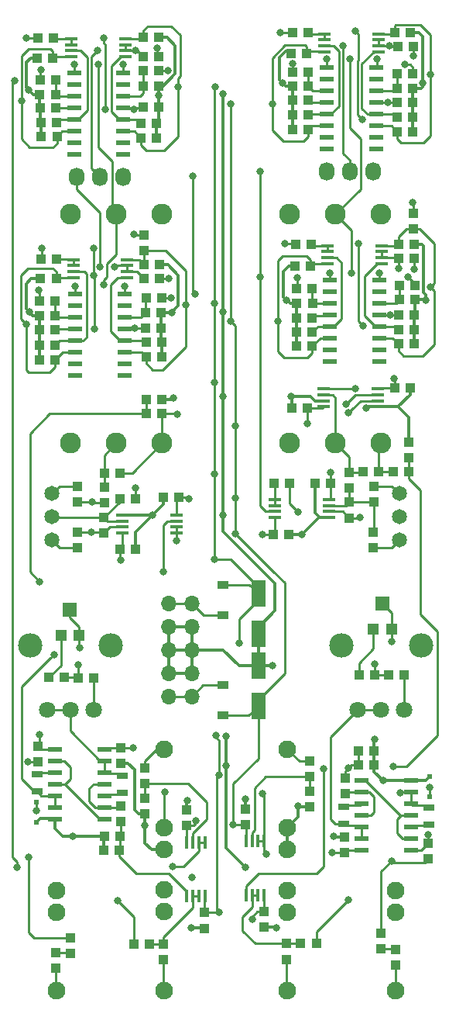
<source format=gbr>
G04 #@! TF.GenerationSoftware,KiCad,Pcbnew,(5.1.4-0-10_14)*
G04 #@! TF.CreationDate,2019-08-29T11:55:18-07:00*
G04 #@! TF.ProjectId,pcb-dualdrum-dev1,7063622d-6475-4616-9c64-72756d2d6465,rev?*
G04 #@! TF.SameCoordinates,Original*
G04 #@! TF.FileFunction,Copper,L1,Top*
G04 #@! TF.FilePolarity,Positive*
%FSLAX46Y46*%
G04 Gerber Fmt 4.6, Leading zero omitted, Abs format (unit mm)*
G04 Created by KiCad (PCBNEW (5.1.4-0-10_14)) date 2019-08-29 11:55:18*
%MOMM*%
%LPD*%
G04 APERTURE LIST*
%ADD10R,1.450000X0.450000*%
%ADD11R,1.000000X1.000000*%
%ADD12R,0.450000X1.450000*%
%ADD13R,1.200000X1.200000*%
%ADD14R,1.600000X1.500000*%
%ADD15O,1.700000X1.700000*%
%ADD16R,1.500000X0.600000*%
%ADD17R,1.200000X0.900000*%
%ADD18R,0.500000X0.500000*%
%ADD19R,1.600000X3.000000*%
%ADD20R,1.300000X0.700000*%
%ADD21O,1.727200X2.032000*%
%ADD22C,1.651000*%
%ADD23C,1.803400*%
%ADD24C,2.667000*%
%ADD25C,2.286000*%
%ADD26C,1.930400*%
%ADD27C,0.800000*%
%ADD28C,0.350000*%
%ADD29C,0.250000*%
G04 APERTURE END LIST*
D10*
X40623280Y67967500D03*
X40623280Y67317500D03*
X40623280Y66667500D03*
X40623280Y66017500D03*
X34723280Y66017500D03*
X34723280Y66667500D03*
X34723280Y67317500D03*
X34723280Y67967500D03*
D11*
X3406580Y104115500D03*
X5106580Y104115500D03*
X5427980Y4788800D03*
X5427980Y6488800D03*
X42550080Y5119000D03*
X42550080Y6819000D03*
X10686680Y17665700D03*
X12386680Y17665700D03*
X40225080Y28448000D03*
X38525080Y28448000D03*
D12*
X21706480Y12607500D03*
X21056480Y12607500D03*
X20406480Y12607500D03*
X19756480Y12607500D03*
X19756480Y18507500D03*
X20406480Y18507500D03*
X21056480Y18507500D03*
X21706480Y18507500D03*
X28183480Y12721800D03*
X27533480Y12721800D03*
X26883480Y12721800D03*
X26233480Y12721800D03*
X26233480Y18621800D03*
X26883480Y18621800D03*
X27533480Y18621800D03*
X28183480Y18621800D03*
D10*
X12693080Y52250100D03*
X12693080Y52900100D03*
X12693080Y53550100D03*
X12693080Y54200100D03*
X18593080Y54200100D03*
X18593080Y53550100D03*
X18593080Y52900100D03*
X18593080Y52250100D03*
X35260480Y55891400D03*
X35260480Y55241400D03*
X35260480Y54591400D03*
X35260480Y53941400D03*
X29360480Y53941400D03*
X29360480Y54591400D03*
X29360480Y55241400D03*
X29360480Y55891400D03*
X13220880Y82090500D03*
X13220880Y81440500D03*
X13220880Y80790500D03*
X13220880Y80140500D03*
X7320880Y80140500D03*
X7320880Y80790500D03*
X7320880Y81440500D03*
X7320880Y82090500D03*
X13006580Y106190500D03*
X13006580Y105540500D03*
X13006580Y104890500D03*
X13006580Y104240500D03*
X7106580Y104240500D03*
X7106580Y104890500D03*
X7106580Y105540500D03*
X7106580Y106190500D03*
X41033680Y83606900D03*
X41033680Y82956900D03*
X41033680Y82306900D03*
X41033680Y81656900D03*
X35133680Y81656900D03*
X35133680Y82306900D03*
X35133680Y82956900D03*
X35133680Y83606900D03*
X40691180Y106740660D03*
X40691180Y106090660D03*
X40691180Y105440660D03*
X40691180Y104790660D03*
X34791180Y104790660D03*
X34791180Y105440660D03*
X34791180Y106090660D03*
X34791180Y106740660D03*
D13*
X7964680Y41106900D03*
X5964680Y41106900D03*
D14*
X6964680Y43881900D03*
D13*
X42127680Y41741900D03*
X40127680Y41741900D03*
D14*
X41127680Y44516900D03*
D11*
X5460880Y82185500D03*
X3760880Y82185500D03*
X15070880Y79995500D03*
X16770880Y79995500D03*
X3600880Y74435500D03*
X5300880Y74435500D03*
X5310880Y76005500D03*
X3610880Y76005500D03*
X15190880Y74615500D03*
X16890880Y74615500D03*
X7015480Y8076300D03*
X7015480Y6376300D03*
X3590880Y77575500D03*
X5290880Y77575500D03*
X15240880Y76295500D03*
X16940880Y76295500D03*
X17000880Y77915500D03*
X15300880Y77915500D03*
X15625180Y7416800D03*
X13925180Y7416800D03*
X17022180Y66840100D03*
X15322180Y66840100D03*
X10699380Y19189700D03*
X12399380Y19189700D03*
X5126580Y106315500D03*
X3426580Y106315500D03*
X10713080Y57245100D03*
X10713080Y55545100D03*
X12413080Y56025100D03*
X14113080Y56025100D03*
X17200880Y5715000D03*
X17200880Y7415000D03*
X9554580Y36461700D03*
X7854580Y36461700D03*
X12527280Y20765400D03*
X12527280Y22465400D03*
X14956580Y104265500D03*
X16656580Y104265500D03*
X7777480Y50648500D03*
X7777480Y52348500D03*
X3686580Y98615500D03*
X5386580Y98615500D03*
X5366580Y100105500D03*
X3666580Y100105500D03*
X15006580Y98725500D03*
X16706580Y98725500D03*
X7802880Y57352300D03*
X7802880Y55652300D03*
X3676580Y101675500D03*
X5376580Y101675500D03*
X14996580Y101005500D03*
X16696580Y101005500D03*
X3484880Y27305900D03*
X3484880Y29005900D03*
X15181580Y21629000D03*
X15181580Y23329000D03*
X16646580Y102695500D03*
X14946580Y102695500D03*
X4641480Y36474400D03*
X6341480Y36474400D03*
X15067280Y83109700D03*
X15067280Y84809700D03*
X33328980Y83743800D03*
X31628980Y83743800D03*
X42893680Y82191900D03*
X44593680Y82191900D03*
X31753680Y75731900D03*
X33453680Y75731900D03*
X33473680Y77331900D03*
X31773680Y77331900D03*
X42873680Y76061900D03*
X44573680Y76061900D03*
X31763680Y78891900D03*
X33463680Y78891900D03*
X43033680Y77701900D03*
X44733680Y77701900D03*
X40975280Y8546200D03*
X40975280Y6846200D03*
X44733680Y79291900D03*
X43033680Y79291900D03*
X44010580Y62165600D03*
X44010580Y60465600D03*
X32973380Y106895900D03*
X31273380Y106895900D03*
X37480480Y58886400D03*
X37480480Y57186400D03*
X30970480Y57656400D03*
X29270480Y57656400D03*
X32200480Y7429500D03*
X33900480Y7429500D03*
X42817680Y105359200D03*
X44517680Y105359200D03*
X40225080Y26949400D03*
X38525080Y26949400D03*
X40137080Y50648500D03*
X40137080Y52348500D03*
X30662880Y5728600D03*
X30662880Y7428600D03*
X31301180Y99485660D03*
X33001180Y99485660D03*
X33001180Y101015660D03*
X31301180Y101015660D03*
X43539780Y36741100D03*
X41839780Y36741100D03*
X42761180Y99215660D03*
X44461180Y99215660D03*
X37038280Y25488000D03*
X37038280Y23788000D03*
X40213280Y57352300D03*
X40213280Y55652300D03*
X31291180Y102565660D03*
X32991180Y102565660D03*
X42761180Y100765660D03*
X44461180Y100765660D03*
X33190180Y22403700D03*
X33190180Y24103700D03*
X44471180Y102345660D03*
X42771180Y102345660D03*
X46131480Y16663300D03*
X46131480Y18363300D03*
X38575880Y36741100D03*
X40275880Y36741100D03*
X44480480Y85446500D03*
X44480480Y87146500D03*
D15*
X17758180Y44592700D03*
X20298180Y44592700D03*
X17758180Y42052700D03*
X20298180Y42052700D03*
X17758180Y39512700D03*
X20298180Y39512700D03*
X17758180Y36972700D03*
X20298180Y36972700D03*
X17758180Y34432700D03*
X20298180Y34432700D03*
D16*
X12920880Y78310500D03*
X12920880Y77040500D03*
X12920880Y75770500D03*
X12920880Y74500500D03*
X12920880Y73230500D03*
X12920880Y71960500D03*
X12920880Y70690500D03*
X12920880Y69420500D03*
X7520880Y69420500D03*
X7520880Y70690500D03*
X7520880Y71960500D03*
X7520880Y73230500D03*
X7520880Y74500500D03*
X7520880Y75770500D03*
X7520880Y77040500D03*
X7520880Y78310500D03*
X12806580Y102460500D03*
X12806580Y101190500D03*
X12806580Y99920500D03*
X12806580Y98650500D03*
X12806580Y97380500D03*
X12806580Y96110500D03*
X12806580Y94840500D03*
X12806580Y93570500D03*
X7406580Y93570500D03*
X7406580Y94840500D03*
X7406580Y96110500D03*
X7406580Y97380500D03*
X7406580Y98650500D03*
X7406580Y99920500D03*
X7406580Y101190500D03*
X7406580Y102460500D03*
X40793680Y79866900D03*
X40793680Y78596900D03*
X40793680Y77326900D03*
X40793680Y76056900D03*
X40793680Y74786900D03*
X40793680Y73516900D03*
X40793680Y72246900D03*
X40793680Y70976900D03*
X35393680Y70976900D03*
X35393680Y72246900D03*
X35393680Y73516900D03*
X35393680Y74786900D03*
X35393680Y76056900D03*
X35393680Y77326900D03*
X35393680Y78596900D03*
X35393680Y79866900D03*
X40451180Y103020660D03*
X40451180Y101750660D03*
X40451180Y100480660D03*
X40451180Y99210660D03*
X40451180Y97940660D03*
X40451180Y96670660D03*
X40451180Y95400660D03*
X40451180Y94130660D03*
X35051180Y94130660D03*
X35051180Y95400660D03*
X35051180Y96670660D03*
X35051180Y97940660D03*
X35051180Y99210660D03*
X35051180Y100480660D03*
X35051180Y101750660D03*
X35051180Y103020660D03*
D17*
X23718180Y35632700D03*
X23718180Y32332700D03*
X23658180Y46620700D03*
X23658180Y43320700D03*
D18*
X3307080Y20667800D03*
X3307080Y22867800D03*
X46271180Y25661800D03*
X46271180Y23461800D03*
D16*
X10705080Y28670800D03*
X10705080Y27400800D03*
X10705080Y26130800D03*
X10705080Y24860800D03*
X10705080Y23590800D03*
X10705080Y22320800D03*
X10705080Y21050800D03*
X5305080Y21050800D03*
X5305080Y22320800D03*
X5305080Y23590800D03*
X5305080Y24860800D03*
X5305080Y26130800D03*
X5305080Y27400800D03*
X5305080Y28670800D03*
X38862980Y17619900D03*
X38862980Y18889900D03*
X38862980Y20159900D03*
X38862980Y21429900D03*
X38862980Y22699900D03*
X38862980Y23969900D03*
X38862980Y25239900D03*
X44262980Y25239900D03*
X44262980Y23969900D03*
X44262980Y22699900D03*
X44262980Y21429900D03*
X44262980Y20159900D03*
X44262980Y18889900D03*
X44262980Y17619900D03*
D11*
X17153080Y56115100D03*
X18853080Y56115100D03*
X14163080Y50485100D03*
X12463080Y50485100D03*
X30900480Y52066400D03*
X29200480Y52066400D03*
X33790480Y57656400D03*
X35490480Y57656400D03*
X31209880Y65874900D03*
X32909880Y65874900D03*
X44150280Y68084700D03*
X42450280Y68084700D03*
X19753580Y22046300D03*
X19753580Y20346300D03*
X28186380Y9221100D03*
X28186380Y10921100D03*
X12539980Y27140800D03*
X12539980Y28840800D03*
X16696580Y106345500D03*
X14996580Y106345500D03*
X31603680Y81343500D03*
X33303680Y81343500D03*
X44593680Y83751900D03*
X42893680Y83751900D03*
X31159080Y104597200D03*
X32859080Y104597200D03*
X44201180Y106865660D03*
X42501180Y106865660D03*
X26179780Y22109800D03*
X26179780Y20409800D03*
X21696680Y9119500D03*
X21696680Y10819500D03*
X3750880Y80005500D03*
X5450880Y80005500D03*
X16790880Y81555500D03*
X15090880Y81555500D03*
D19*
X27548180Y33372700D03*
X27548180Y37772700D03*
D11*
X37025580Y19074500D03*
X37025580Y17374500D03*
D19*
X27548180Y41246700D03*
X27548180Y45646700D03*
D11*
X3625480Y71158100D03*
X5325480Y71158100D03*
X3836580Y95545500D03*
X5536580Y95545500D03*
X31743680Y72621900D03*
X33443680Y72621900D03*
X31291180Y96305660D03*
X32991180Y96305660D03*
X16984080Y71513700D03*
X15284080Y71513700D03*
X16436580Y95375500D03*
X14736580Y95375500D03*
X44573680Y72921900D03*
X42873680Y72921900D03*
X44461180Y96055660D03*
X42761180Y96055660D03*
X3640880Y72735500D03*
X5340880Y72735500D03*
X16980880Y73115500D03*
X15280880Y73115500D03*
D20*
X12679680Y25765800D03*
X12679680Y23865800D03*
D11*
X15322180Y65278000D03*
X17022180Y65278000D03*
X10673080Y52245100D03*
X10673080Y53945100D03*
X3806580Y97065500D03*
X5506580Y97065500D03*
X16436580Y96945500D03*
X14736580Y96945500D03*
X12399380Y58788300D03*
X10699380Y58788300D03*
D20*
X3357880Y24030900D03*
X3357880Y25930900D03*
D11*
X15143480Y24931000D03*
X15143480Y26631000D03*
X31753680Y74171900D03*
X33453680Y74171900D03*
X44583680Y74481900D03*
X42883680Y74481900D03*
X44035080Y58915300D03*
X42335080Y58915300D03*
D20*
X36898580Y20474900D03*
X36898580Y22374900D03*
D11*
X37480480Y55606400D03*
X37480480Y53906400D03*
X31301180Y97875660D03*
X33001180Y97875660D03*
X44471180Y97645660D03*
X42771180Y97645660D03*
X40745780Y58915300D03*
X39045780Y58915300D03*
D20*
X46245780Y22324100D03*
X46245780Y20424100D03*
D11*
X33152080Y25642200D03*
X33152080Y27342200D03*
D21*
X12796580Y91095500D03*
X10256580Y91095500D03*
X7716580Y91095500D03*
X40081180Y91715660D03*
X37541180Y91715660D03*
X35001180Y91715660D03*
D22*
X5005080Y56540000D03*
X5005080Y54000000D03*
X5005080Y51460000D03*
X43005080Y56540000D03*
X43005080Y54000000D03*
X43005080Y51460000D03*
D23*
X4464917Y32987757D03*
X7004917Y32987757D03*
X9544917Y32987757D03*
D24*
X11399117Y39998157D03*
X2610717Y39998157D03*
D25*
X7005080Y62046000D03*
X12005080Y62046000D03*
X17005080Y62046000D03*
X7005080Y87046000D03*
X12005080Y87046000D03*
X17005080Y87046000D03*
D23*
X38464917Y32987757D03*
X41004917Y32987757D03*
X43544917Y32987757D03*
D24*
X45399117Y39998157D03*
X36610717Y39998157D03*
D25*
X31005080Y62046000D03*
X36005080Y62046000D03*
X41005080Y62046000D03*
D26*
X17255080Y20097200D03*
X17255080Y17684200D03*
X17255080Y28657000D03*
X30755080Y20097200D03*
X30755080Y17684200D03*
X30755080Y28657000D03*
X17255080Y10902800D03*
X17255080Y13315800D03*
X17255080Y2343000D03*
X30755080Y10852800D03*
X30755080Y13265800D03*
X30755080Y2293000D03*
D25*
X31005080Y87046000D03*
X36005080Y87046000D03*
X41005080Y87046000D03*
D26*
X5455080Y10852800D03*
X5455080Y13265800D03*
X5455080Y2293000D03*
X42555080Y10852800D03*
X42555080Y13265800D03*
X42555080Y2293000D03*
D27*
X2402680Y100619400D03*
X16696580Y99990800D03*
X23678981Y100140601D03*
X30187860Y101378980D03*
X2510480Y76355900D03*
X18077180Y76339700D03*
X23678981Y76402099D03*
X30672630Y77682950D03*
X45877482Y77647800D03*
X15988080Y54200100D03*
X23678981Y54215199D03*
X32326580Y52070000D03*
X31158180Y67170300D03*
X23678981Y67169199D03*
X20261580Y9131300D03*
X29532580Y9194800D03*
X7294880Y19164300D03*
X35793680Y19151600D03*
X41184580Y25239900D03*
X31894780Y22466300D03*
X40289480Y29756100D03*
X18267680Y66967100D03*
X29151580Y37769800D03*
X24020780Y30099000D03*
X24032378Y26897498D03*
X20274280Y14643100D03*
X45559980Y101384100D03*
X39349669Y65849511D03*
X15181580Y20307300D03*
X19766278Y23074790D03*
X26141680Y23215602D03*
X26116280Y15786100D03*
X42118280Y40411400D03*
X43059190Y23914100D03*
X38207168Y68042510D03*
X38676580Y53949600D03*
X31920180Y54559200D03*
X42334180Y26809700D03*
X42130980Y16471900D03*
X7993380Y39738300D03*
X5213190Y39001700D03*
X18674080Y65176400D03*
X37152580Y66332100D03*
X37428057Y65370780D03*
X9364980Y55613300D03*
X9334880Y52352300D03*
X2392680Y27241500D03*
X3662680Y46926500D03*
X2468880Y16878300D03*
X22814280Y100914200D03*
X18813780Y100926900D03*
X22801580Y77292200D03*
X12489180Y49314100D03*
X35450780Y58877200D03*
X22801580Y58699400D03*
X42397680Y69138800D03*
X22801580Y68668900D03*
X22788880Y49390300D03*
X25443180Y40271700D03*
X23246080Y10833100D03*
X13898880Y28829000D03*
X23246080Y25819100D03*
X35603180Y17348200D03*
X7879080Y37833300D03*
X40276780Y37973000D03*
X22923785Y30118785D03*
X19639280Y77151390D03*
X46385480Y102273101D03*
X46413682Y79115146D03*
X26878280Y10134600D03*
X1643380Y99453700D03*
X24554180Y99072700D03*
X29075380Y99098100D03*
X24554180Y75374500D03*
X29710380Y75387200D03*
X19969480Y55968900D03*
X27983180Y52070000D03*
X25054140Y52201660D03*
X32910780Y64159290D03*
X20718780Y20828000D03*
X25074880Y56108600D03*
X25074880Y63982600D03*
X2227580Y75006200D03*
X24807388Y20396200D03*
X44450000Y88361520D03*
X35018980Y103965658D03*
X40518080Y103965658D03*
X37565741Y103965658D03*
X35399980Y80594200D03*
X40784780Y80632300D03*
X37774880Y80594200D03*
X37381180Y12192000D03*
X12146280Y12153900D03*
X31310580Y103454200D03*
X41873270Y105404339D03*
X36840731Y105404339D03*
X43953648Y80220419D03*
X42892980Y81140300D03*
X31805880Y80124300D03*
X27779980Y80162400D03*
X27754580Y91706700D03*
X17696180Y102692200D03*
X881380Y101625400D03*
X18229580Y15824176D03*
X1205230Y15805150D03*
X3789680Y102793800D03*
X14146782Y104898639D03*
X9948070Y104898639D03*
X18610580Y51435000D03*
X14114780Y57200800D03*
X20401280Y91211400D03*
X20604480Y78346300D03*
X18026380Y77876400D03*
X3561080Y78765400D03*
X11803380Y81318100D03*
X10267790Y81318100D03*
X17150080Y48006000D03*
X13980160Y84820760D03*
X7447280Y103415488D03*
X12793980Y103415486D03*
X10024768Y103415488D03*
X7510780Y79222600D03*
X12971780Y79209900D03*
X10697370Y79315792D03*
X43578780Y103403400D03*
X28414980Y17183100D03*
X17353280Y23939500D03*
X27983180Y23799800D03*
X46258480Y24447500D03*
X46106080Y19329400D03*
X3611880Y30226000D03*
X3319780Y21945600D03*
X29964380Y106832400D03*
X41689740Y99215660D03*
X38143180Y107073700D03*
X38930580Y97370900D03*
X44505167Y104308761D03*
X41943880Y76056900D03*
X38994080Y74853800D03*
X30485080Y83858100D03*
X44632880Y81076800D03*
X38499890Y83858100D03*
X2176780Y106273600D03*
X16527780Y105156000D03*
X13975080Y98501200D03*
X10673080Y106273600D03*
X10787878Y98501200D03*
X17734280Y79997300D03*
X14054280Y74615500D03*
X3903980Y83299300D03*
X9669780Y74523600D03*
X9543890Y80375270D03*
X9542780Y83299300D03*
X37387630Y26587350D03*
X34688780Y26492200D03*
D28*
X3666580Y98635500D02*
X3686580Y98615500D01*
X3666580Y100105500D02*
X3666580Y98635500D01*
X3836580Y97035500D02*
X3806580Y97065500D01*
X3836580Y95545500D02*
X3836580Y97035500D01*
X3686580Y97185500D02*
X3806580Y97065500D01*
X3686580Y98615500D02*
X3686580Y97185500D01*
X16696580Y98735500D02*
X16706580Y98725500D01*
X16696580Y101005500D02*
X16696580Y98735500D01*
X16706580Y97215500D02*
X16436580Y96945500D01*
X16706580Y98725500D02*
X16706580Y97215500D01*
X16436580Y95375500D02*
X16436580Y96945500D01*
X3406580Y104115500D02*
X2656580Y104115500D01*
X2656580Y104115500D02*
X2164080Y103623000D01*
X2164080Y103623000D02*
X2164080Y100858000D01*
X2916580Y100105500D02*
X2402680Y100619400D01*
X3666580Y100105500D02*
X2916580Y100105500D01*
X2164080Y100858000D02*
X2402680Y100619400D01*
X16696580Y101005500D02*
X16696580Y99990800D01*
X31301180Y101015660D02*
X31301180Y99485660D01*
X31301180Y99485660D02*
X31301180Y97875660D01*
X31291180Y97865660D02*
X31301180Y97875660D01*
X31291180Y96305660D02*
X31291180Y97865660D01*
X30551180Y101015660D02*
X31301180Y101015660D01*
X29875480Y101691360D02*
X30551180Y101015660D01*
X29875480Y104152700D02*
X29875480Y101691360D01*
X31161180Y104795660D02*
X30518440Y104795660D01*
X30518440Y104795660D02*
X29875480Y104152700D01*
X44461180Y97635660D02*
X44471180Y97645660D01*
X44461180Y96055660D02*
X44461180Y97635660D01*
X44461180Y97655660D02*
X44471180Y97645660D01*
X44461180Y99215660D02*
X44461180Y97655660D01*
X44461180Y100765660D02*
X44461180Y99215660D01*
X16890880Y76245500D02*
X16940880Y76295500D01*
X16890880Y74615500D02*
X16890880Y76245500D01*
X16890880Y73205500D02*
X16980880Y73115500D01*
X16890880Y74615500D02*
X16890880Y73205500D01*
X3625480Y72720100D02*
X3640880Y72735500D01*
X3625480Y71158100D02*
X3625480Y72720100D01*
X3600880Y72775500D02*
X3640880Y72735500D01*
X3600880Y74435500D02*
X3600880Y72775500D01*
X3600880Y75995500D02*
X3610880Y76005500D01*
X3600880Y74435500D02*
X3600880Y75995500D01*
X3750880Y80005500D02*
X2731080Y80005500D01*
X2731080Y80005500D02*
X2164080Y79438500D01*
X2860880Y76005500D02*
X3610880Y76005500D01*
X2164080Y79438500D02*
X2164080Y76702300D01*
X2164080Y76702300D02*
X2510480Y76355900D01*
X2510480Y76355900D02*
X2860880Y76005500D01*
X16985080Y76339700D02*
X16940880Y76295500D01*
X18077180Y76339700D02*
X16985080Y76339700D01*
X30853680Y81343500D02*
X30332680Y80822500D01*
X31603680Y81343500D02*
X30853680Y81343500D01*
X31023680Y77331900D02*
X31773680Y77331900D01*
X30332680Y78022900D02*
X31023680Y77331900D01*
X30332680Y80822500D02*
X30332680Y78022900D01*
X31773680Y75751900D02*
X31753680Y75731900D01*
X31773680Y77331900D02*
X31773680Y75751900D01*
X31753680Y75731900D02*
X31753680Y74171900D01*
X31753680Y72631900D02*
X31743680Y72621900D01*
X31753680Y74171900D02*
X31753680Y72631900D01*
X44573680Y74471900D02*
X44583680Y74481900D01*
X44573680Y72921900D02*
X44573680Y74471900D01*
X44583680Y76051900D02*
X44573680Y76061900D01*
X44583680Y74481900D02*
X44583680Y76051900D01*
X44733680Y76221900D02*
X44573680Y76061900D01*
X44733680Y77701900D02*
X44733680Y76221900D01*
X45823382Y77701900D02*
X45877482Y77647800D01*
X44733680Y77701900D02*
X45823382Y77701900D01*
X12693080Y54200100D02*
X15988080Y54200100D01*
X14163080Y52375100D02*
X16183480Y54395500D01*
X14163080Y50485100D02*
X14163080Y52375100D01*
X15988080Y54200100D02*
X16183480Y54395500D01*
X16183480Y54395500D02*
X17153080Y55365100D01*
X17153080Y56115100D02*
X17153080Y55365100D01*
X17153080Y55365100D02*
X15988080Y54200100D01*
X34285480Y53941400D02*
X35260480Y53941400D01*
X33790480Y54436400D02*
X34285480Y53941400D01*
X33790480Y57656400D02*
X33790480Y54436400D01*
X35260480Y53941400D02*
X34197980Y53941400D01*
X34197980Y53941400D02*
X32326580Y52070000D01*
X32322980Y52066400D02*
X32326580Y52070000D01*
X30900480Y52066400D02*
X32322980Y52066400D01*
X31209880Y65874900D02*
X31209880Y67118600D01*
X31209880Y67118600D02*
X31158180Y67170300D01*
X31723865Y67170300D02*
X31158180Y67170300D01*
X33245480Y67170300D02*
X31723865Y67170300D01*
X33748280Y66667500D02*
X33245480Y67170300D01*
X34723280Y66667500D02*
X33748280Y66667500D01*
X44150280Y67334700D02*
X44150280Y68084700D01*
X42833080Y66017500D02*
X44150280Y67334700D01*
X40623280Y66017500D02*
X42833080Y66017500D01*
X20298180Y42052700D02*
X17758180Y42052700D01*
X20298180Y39512700D02*
X17758180Y39512700D01*
X20298180Y36972700D02*
X17758180Y36972700D01*
X20298180Y36972700D02*
X20298180Y39512700D01*
X20298180Y39512700D02*
X20298180Y42052700D01*
X17758180Y40850619D02*
X17758180Y39512700D01*
X17758180Y42052700D02*
X17758180Y40850619D01*
X17758180Y39512700D02*
X17758180Y36972700D01*
X23678981Y100140601D02*
X23678981Y54215199D01*
X20298180Y39512700D02*
X20301180Y39509700D01*
X23715980Y39509700D02*
X25452980Y37772700D01*
X25452980Y37772700D02*
X27548180Y37772700D01*
X20301180Y39509700D02*
X23715980Y39509700D01*
X27548180Y41946700D02*
X27548180Y41246700D01*
X29354780Y43753300D02*
X27548180Y41946700D01*
X29354780Y46725102D02*
X29354780Y43753300D01*
X23678981Y54215199D02*
X23678981Y52400901D01*
X23678981Y52400901D02*
X29354780Y46725102D01*
X21684880Y9131300D02*
X21696680Y9119500D01*
X20261580Y9131300D02*
X21684880Y9131300D01*
X28186380Y9221100D02*
X29506280Y9221100D01*
X29506280Y9221100D02*
X29532580Y9194800D01*
X5261180Y21094700D02*
X5305080Y21050800D01*
X3307080Y20667800D02*
X3733980Y21094700D01*
X3733980Y21094700D02*
X5261180Y21094700D01*
X5305080Y20023800D02*
X5305080Y21050800D01*
X7294880Y19164300D02*
X6164580Y19164300D01*
X6164580Y19164300D02*
X5305080Y20023800D01*
X10673980Y19164300D02*
X10699380Y19189700D01*
X7294880Y19164300D02*
X10673980Y19164300D01*
X10686680Y19177000D02*
X10699380Y19189700D01*
X10686680Y17665700D02*
X10686680Y19177000D01*
X37025580Y19074500D02*
X35870780Y19074500D01*
X35870780Y19074500D02*
X35793680Y19151600D01*
X40225080Y28448000D02*
X40225080Y26949400D01*
X43262980Y25239900D02*
X44262980Y25239900D01*
X41184580Y25239900D02*
X43262980Y25239900D01*
X40225080Y26199400D02*
X41184580Y25239900D01*
X40225080Y26949400D02*
X40225080Y26199400D01*
X45849280Y25239900D02*
X46271180Y25661800D01*
X44262980Y25239900D02*
X45849280Y25239900D01*
X33190180Y22403700D02*
X31957380Y22403700D01*
X31957380Y22403700D02*
X31894780Y22466300D01*
X40225080Y28448000D02*
X40225080Y29691700D01*
X40225080Y29691700D02*
X40289480Y29756100D01*
X31894780Y21236900D02*
X31894780Y22466300D01*
X30755080Y20097200D02*
X31894780Y21236900D01*
X15181580Y20879000D02*
X15181580Y21629000D01*
X15181580Y18392702D02*
X15181580Y20879000D01*
X30755080Y17684200D02*
X30755080Y20097200D01*
X17022180Y66840100D02*
X18140680Y66840100D01*
X18140680Y66840100D02*
X18267680Y66967100D01*
X16984080Y73112300D02*
X16980880Y73115500D01*
X16984080Y71513700D02*
X16984080Y73112300D01*
X44010580Y64840000D02*
X44010580Y62165600D01*
X42833080Y66017500D02*
X44010580Y64840000D01*
X27548180Y39496700D02*
X27548180Y37772700D01*
X27548180Y41246700D02*
X27548180Y39496700D01*
X27548180Y37772700D02*
X29148680Y37772700D01*
X29148680Y37772700D02*
X29151580Y37769800D01*
X17576580Y106345500D02*
X18486182Y105435898D01*
X18486182Y102346087D02*
X16696580Y100556485D01*
X16696580Y106345500D02*
X17576580Y106345500D01*
X18486182Y105435898D02*
X18486182Y102346087D01*
X16696580Y100556485D02*
X16696580Y99990800D01*
X18816381Y77078901D02*
X18477179Y76739699D01*
X18477179Y76739699D02*
X18077180Y76339700D01*
X18816381Y80409999D02*
X18816381Y77078901D01*
X17670880Y81555500D02*
X18816381Y80409999D01*
X16790880Y81555500D02*
X17670880Y81555500D01*
X45341180Y100765660D02*
X44461180Y100765660D01*
X45531978Y100956458D02*
X45341180Y100765660D01*
X45531978Y106414862D02*
X45531978Y100956458D01*
X44201180Y106865660D02*
X45081180Y106865660D01*
X45081180Y106865660D02*
X45531978Y106414862D01*
X45623680Y78467287D02*
X45877482Y78213485D01*
X44593680Y83751900D02*
X45473680Y83751900D01*
X45473680Y83751900D02*
X45623680Y83601900D01*
X45877482Y78213485D02*
X45877482Y77647800D01*
X45623680Y83601900D02*
X45623680Y78467287D01*
X39517658Y66017500D02*
X39349669Y65849511D01*
X40623280Y66017500D02*
X39517658Y66017500D01*
X15890082Y17684200D02*
X17255080Y17684200D01*
X15181580Y18392702D02*
X15890082Y17684200D01*
X13289980Y27140800D02*
X14000480Y26430300D01*
X12539980Y27140800D02*
X13289980Y27140800D01*
X14431580Y21629000D02*
X15181580Y21629000D01*
X14000480Y22060100D02*
X14431580Y21629000D01*
X14000480Y26430300D02*
X14000480Y22060100D01*
X19753580Y23062092D02*
X19766278Y23074790D01*
X19753580Y22046300D02*
X19753580Y23062092D01*
X26179780Y23177502D02*
X26141680Y23215602D01*
X26179780Y22109800D02*
X26179780Y23177502D01*
X24032378Y30087402D02*
X24020780Y30099000D01*
X24032378Y17882702D02*
X24032378Y30087402D01*
X24032378Y17870002D02*
X26116280Y15786100D01*
X24032378Y17882702D02*
X24032378Y17870002D01*
D29*
X42550080Y2298000D02*
X42555080Y2293000D01*
X42550080Y5119000D02*
X42550080Y2298000D01*
X5427980Y2320100D02*
X5455080Y2293000D01*
X5427980Y4788800D02*
X5427980Y2320100D01*
X33152080Y24141800D02*
X33190180Y24103700D01*
X33152080Y25642200D02*
X33152080Y24141800D01*
X26883480Y19596800D02*
X27144980Y19858300D01*
X26883480Y18621800D02*
X26883480Y19596800D01*
X27144980Y19858300D02*
X27144980Y24434800D01*
X28352380Y25642200D02*
X33152080Y25642200D01*
X27144980Y24434800D02*
X28352380Y25642200D01*
X32069880Y27342200D02*
X30755080Y28657000D01*
X33152080Y27342200D02*
X32069880Y27342200D01*
X44420380Y22542500D02*
X44262980Y22699900D01*
X46245780Y22324100D02*
X46027380Y22542500D01*
X46027380Y22542500D02*
X44420380Y22542500D01*
X44262980Y23969900D02*
X44262980Y22699900D01*
X42118280Y41732500D02*
X42127680Y41741900D01*
X42118280Y40411400D02*
X42118280Y41732500D01*
X42127680Y43516900D02*
X41127680Y44516900D01*
X42127680Y41741900D02*
X42127680Y43516900D01*
X44262980Y23969900D02*
X43114990Y23969900D01*
X43114990Y23969900D02*
X43059190Y23914100D01*
X46128980Y20307300D02*
X46245780Y20424100D01*
X44262980Y20159900D02*
X44410380Y20307300D01*
X44410380Y20307300D02*
X46128980Y20307300D01*
X42335080Y58915300D02*
X40745780Y58915300D01*
X40745780Y61786700D02*
X41005080Y62046000D01*
X40745780Y58915300D02*
X40745780Y61786700D01*
X34723280Y67967500D02*
X38132158Y67967500D01*
X38132158Y67967500D02*
X38207168Y68042510D01*
X39016880Y58886400D02*
X39045780Y58915300D01*
X37480480Y58886400D02*
X39016880Y58886400D01*
X37480480Y60570600D02*
X36005080Y62046000D01*
X37480480Y58886400D02*
X37480480Y60570600D01*
X36005080Y63662446D02*
X36005080Y62046000D01*
X36005080Y67010700D02*
X36005080Y63662446D01*
X35698280Y67317500D02*
X36005080Y67010700D01*
X34723280Y67317500D02*
X35698280Y67317500D01*
X42476180Y97940660D02*
X42771180Y97645660D01*
X40451180Y97940660D02*
X42476180Y97940660D01*
X40191180Y104790660D02*
X40691180Y104790660D01*
X38841680Y103441160D02*
X40191180Y104790660D01*
X38841680Y98602800D02*
X38841680Y103441160D01*
X40451180Y97940660D02*
X39503820Y97940660D01*
X39503820Y97940660D02*
X38841680Y98602800D01*
X33066180Y97940660D02*
X33001180Y97875660D01*
X35051180Y97940660D02*
X33066180Y97940660D01*
X35766180Y105440660D02*
X34791180Y105440660D01*
X36377880Y104828960D02*
X35766180Y105440660D01*
X36377880Y98817360D02*
X36377880Y104828960D01*
X35051180Y97940660D02*
X35501180Y97940660D01*
X35501180Y97940660D02*
X36377880Y98817360D01*
X37115480Y55241400D02*
X35260480Y55241400D01*
X37480480Y55606400D02*
X37115480Y55241400D01*
X37480480Y57186400D02*
X37480480Y55606400D01*
X40167380Y55606400D02*
X40213280Y55652300D01*
X37480480Y55606400D02*
X40167380Y55606400D01*
X40213280Y52424700D02*
X40137080Y52348500D01*
X40213280Y55652300D02*
X40213280Y52424700D01*
X36795480Y54591400D02*
X37480480Y53906400D01*
X35260480Y54591400D02*
X36795480Y54591400D01*
X37480480Y53906400D02*
X38633380Y53906400D01*
X38633380Y53906400D02*
X38676580Y53949600D01*
X30970480Y57656400D02*
X30970480Y55508900D01*
X30970480Y55508900D02*
X31920180Y54559200D01*
X37040780Y20332700D02*
X36898580Y20474900D01*
X38862980Y20159900D02*
X38690180Y20332700D01*
X38690180Y20332700D02*
X37040780Y20332700D01*
X39740113Y32987757D02*
X41004917Y32987757D01*
X38464917Y32987757D02*
X39740113Y32987757D01*
X38862980Y20159900D02*
X38862980Y18889900D01*
X35998580Y20474900D02*
X35476180Y20997300D01*
X36898580Y20474900D02*
X35998580Y20474900D01*
X35476180Y29999020D02*
X38464917Y32987757D01*
X35476180Y20997300D02*
X35476180Y29999020D01*
X37091580Y22567900D02*
X36898580Y22374900D01*
X38862980Y22699900D02*
X38730980Y22567900D01*
X38730980Y22567900D02*
X37091580Y22567900D01*
X42296080Y16306800D02*
X42130980Y16471900D01*
X46131480Y16663300D02*
X45774980Y16306800D01*
X45774980Y16306800D02*
X42296080Y16306800D01*
X40975280Y14884400D02*
X40975280Y8546200D01*
X42130980Y16471900D02*
X40975280Y15316200D01*
X40975280Y15316200D02*
X40975280Y14884400D01*
X44010580Y58939800D02*
X44035080Y58915300D01*
X44010580Y60465600D02*
X44010580Y58939800D01*
X47162720Y30203140D02*
X43769280Y26809700D01*
X45267880Y56932500D02*
X45267880Y43395900D01*
X45267880Y43395900D02*
X47162720Y41501060D01*
X44035080Y58165300D02*
X45267880Y56932500D01*
X47162720Y41501060D02*
X47162720Y30203140D01*
X43769280Y26809700D02*
X42334180Y26809700D01*
X44035080Y58915300D02*
X44035080Y58165300D01*
X42578680Y74786900D02*
X42883680Y74481900D01*
X40793680Y74786900D02*
X42578680Y74786900D01*
X40343680Y74786900D02*
X39184580Y75946000D01*
X40793680Y74786900D02*
X40343680Y74786900D01*
X40533680Y81656900D02*
X41033680Y81656900D01*
X39184580Y80307800D02*
X40533680Y81656900D01*
X39184580Y75946000D02*
X39184580Y80307800D01*
X34068680Y74786900D02*
X33453680Y74171900D01*
X35393680Y74786900D02*
X34068680Y74786900D01*
X35843680Y74786900D02*
X35393680Y74786900D01*
X36669980Y75613200D02*
X35843680Y74786900D01*
X36669980Y81745600D02*
X36669980Y75613200D01*
X35133680Y82306900D02*
X36108680Y82306900D01*
X36108680Y82306900D02*
X36669980Y81745600D01*
X15181580Y24892900D02*
X15143480Y24931000D01*
X15181580Y23329000D02*
X15181580Y24892900D01*
X20406480Y19482500D02*
X21937980Y21014000D01*
X20406480Y18507500D02*
X20406480Y19482500D01*
X21937980Y21014000D02*
X21937980Y22910800D01*
X19917780Y24931000D02*
X15143480Y24931000D01*
X21937980Y22910800D02*
X19917780Y24931000D01*
X16419480Y28657000D02*
X17255080Y28657000D01*
X15143480Y27381000D02*
X16419480Y28657000D01*
X15143480Y26631000D02*
X15143480Y27381000D01*
X5305080Y23590800D02*
X5305080Y22320800D01*
X3797980Y23590800D02*
X3357880Y24030900D01*
X5305080Y23590800D02*
X3797980Y23590800D01*
X7942580Y41129000D02*
X7964680Y41106900D01*
X7942580Y42049700D02*
X7942580Y41129000D01*
X6964680Y43881900D02*
X6964680Y43027600D01*
X6964680Y43027600D02*
X7942580Y42049700D01*
X7964680Y41106900D02*
X7964680Y39767000D01*
X7964680Y39767000D02*
X7993380Y39738300D01*
X1667678Y35456188D02*
X4813191Y38601701D01*
X3057880Y24030900D02*
X1667678Y25421102D01*
X1667678Y25421102D02*
X1667678Y35456188D01*
X3357880Y24030900D02*
X3057880Y24030900D01*
X4813191Y38601701D02*
X5213190Y39001700D01*
X3557780Y26130800D02*
X3357880Y25930900D01*
X5305080Y26130800D02*
X3557780Y26130800D01*
X17022180Y62063100D02*
X17005080Y62046000D01*
X17022180Y65278000D02*
X17022180Y62063100D01*
X13747380Y58788300D02*
X17005080Y62046000D01*
X12399380Y58788300D02*
X13747380Y58788300D01*
X17022180Y65278000D02*
X18572480Y65278000D01*
X18572480Y65278000D02*
X18674080Y65176400D01*
X38137980Y67317500D02*
X37552579Y66732099D01*
X40623280Y67317500D02*
X38137980Y67317500D01*
X37552579Y66732099D02*
X37152580Y66332100D01*
X10699380Y60740300D02*
X12005080Y62046000D01*
X10699380Y58788300D02*
X10699380Y60740300D01*
X10699380Y57258800D02*
X10713080Y57245100D01*
X10699380Y58788300D02*
X10699380Y57258800D01*
X37828056Y65770779D02*
X37428057Y65370780D01*
X38724777Y66667500D02*
X37828056Y65770779D01*
X40623280Y66667500D02*
X38724777Y66667500D01*
X14301580Y97380500D02*
X14736580Y96945500D01*
X12806580Y97380500D02*
X14301580Y97380500D01*
X12356580Y97380500D02*
X11512879Y98224201D01*
X12506580Y104240500D02*
X13006580Y104240500D01*
X11512879Y98224201D02*
X11512879Y103246799D01*
X11512879Y103246799D02*
X12506580Y104240500D01*
X12806580Y97380500D02*
X12356580Y97380500D01*
X7406580Y97380500D02*
X7856580Y97380500D01*
X8081580Y104890500D02*
X7106580Y104890500D01*
X7856580Y97380500D02*
X8849755Y98373675D01*
X8849755Y104122325D02*
X8081580Y104890500D01*
X8849755Y98373675D02*
X8849755Y104122325D01*
X5821580Y97380500D02*
X5506580Y97065500D01*
X7406580Y97380500D02*
X5821580Y97380500D01*
X11328080Y52900100D02*
X10673080Y52245100D01*
X12693080Y52900100D02*
X11328080Y52900100D01*
X7910080Y55545100D02*
X7802880Y55652300D01*
X10569680Y52348500D02*
X10673080Y52245100D01*
X7777480Y52348500D02*
X10569680Y52348500D01*
X7802880Y55652300D02*
X9325980Y55652300D01*
X9325980Y55652300D02*
X9364980Y55613300D01*
X9433180Y55545100D02*
X9364980Y55613300D01*
X10713080Y55545100D02*
X9433180Y55545100D01*
X5059980Y53945100D02*
X5005080Y54000000D01*
X10673080Y53945100D02*
X5059980Y53945100D01*
X12413080Y55685100D02*
X10673080Y53945100D01*
X12413080Y56025100D02*
X12413080Y55685100D01*
X11068080Y53550100D02*
X12693080Y53550100D01*
X10673080Y53945100D02*
X11068080Y53550100D01*
X15322180Y65278000D02*
X15322180Y66840100D01*
X3484880Y27305900D02*
X2457080Y27305900D01*
X2457080Y27305900D02*
X2392680Y27241500D01*
X3662680Y46926500D02*
X2583180Y48006000D01*
X2583180Y48006000D02*
X2583180Y63093600D01*
X4767580Y65278000D02*
X15322180Y65278000D01*
X2583180Y63093600D02*
X4767580Y65278000D01*
X2468880Y16878300D02*
X2468880Y8648700D01*
X3041280Y8076300D02*
X7015480Y8076300D01*
X2468880Y8648700D02*
X3041280Y8076300D01*
X12461280Y25984200D02*
X12679680Y25765800D01*
X10705080Y26130800D02*
X10851680Y25984200D01*
X10851680Y25984200D02*
X12461280Y25984200D01*
X10705080Y27400800D02*
X10705080Y26130800D01*
X5740113Y32987757D02*
X7004917Y32987757D01*
X4464917Y32987757D02*
X5740113Y32987757D01*
X10255080Y27400800D02*
X10705080Y27400800D01*
X7004917Y30650963D02*
X10255080Y27400800D01*
X7004917Y32987757D02*
X7004917Y30650963D01*
X12550180Y23736300D02*
X12679680Y23865800D01*
X10705080Y23590800D02*
X10850580Y23736300D01*
X10850580Y23736300D02*
X12550180Y23736300D01*
X15165880Y73230500D02*
X15280880Y73115500D01*
X12920880Y73230500D02*
X15165880Y73230500D01*
X12200580Y80140500D02*
X13220880Y80140500D01*
X11422380Y79362300D02*
X12200580Y80140500D01*
X11422380Y74279000D02*
X11422380Y79362300D01*
X12470880Y73230500D02*
X11422380Y74279000D01*
X12920880Y73230500D02*
X12470880Y73230500D01*
X5835880Y73230500D02*
X5340880Y72735500D01*
X7520880Y73230500D02*
X5835880Y73230500D01*
X8508280Y80790500D02*
X7320880Y80790500D01*
X8780780Y80518000D02*
X8508280Y80790500D01*
X8780780Y73609200D02*
X8780780Y80518000D01*
X7520880Y73230500D02*
X8402080Y73230500D01*
X8402080Y73230500D02*
X8780780Y73609200D01*
X14841580Y106190500D02*
X14996580Y106345500D01*
X13006580Y106190500D02*
X14841580Y106190500D01*
X14001580Y96110500D02*
X12806580Y96110500D01*
X14736580Y95375500D02*
X14001580Y96110500D01*
X15331280Y94030800D02*
X17289780Y94030800D01*
X14736580Y95375500D02*
X14736580Y94625500D01*
X14736580Y94625500D02*
X15331280Y94030800D01*
X17289780Y94030800D02*
X18051780Y94792800D01*
X18051780Y94792800D02*
X18204180Y94945200D01*
X42146180Y96670660D02*
X42761180Y96055660D01*
X40451180Y96670660D02*
X42146180Y96670660D01*
X42376180Y106740660D02*
X42501180Y106865660D01*
X40691180Y106740660D02*
X42376180Y106740660D01*
X22801580Y100901500D02*
X22814280Y100914200D01*
X14837280Y71960500D02*
X15284080Y71513700D01*
X12920880Y71960500D02*
X14837280Y71960500D01*
X15093580Y81558200D02*
X15090880Y81555500D01*
X15093580Y83096100D02*
X15093580Y81558200D01*
X14555880Y82090500D02*
X15090880Y81555500D01*
X13220880Y82090500D02*
X14555880Y82090500D01*
X22801580Y77292200D02*
X22801580Y100901500D01*
X42278680Y73516900D02*
X42873680Y72921900D01*
X40793680Y73516900D02*
X42278680Y73516900D01*
X42748680Y83606900D02*
X42893680Y83751900D01*
X41033680Y83606900D02*
X42748680Y83606900D01*
X43730480Y85446500D02*
X44480480Y85446500D01*
X42893680Y84609700D02*
X43730480Y85446500D01*
X42893680Y83751900D02*
X42893680Y84609700D01*
X12693080Y50715100D02*
X12463080Y50485100D01*
X12693080Y52250100D02*
X12693080Y50715100D01*
X12463080Y50485100D02*
X12463080Y49340200D01*
X12463080Y49340200D02*
X12489180Y49314100D01*
X35490480Y56121400D02*
X35260480Y55891400D01*
X35490480Y57656400D02*
X35490480Y56121400D01*
X35490480Y57656400D02*
X35490480Y58837500D01*
X35490480Y58837500D02*
X35450780Y58877200D01*
X40740480Y68084700D02*
X40623280Y67967500D01*
X42450280Y68084700D02*
X40740480Y68084700D01*
X42450280Y68084700D02*
X42450280Y69086200D01*
X42450280Y69086200D02*
X42397680Y69138800D01*
X26574180Y46620700D02*
X27548180Y45646700D01*
X23658180Y46620700D02*
X26574180Y46620700D01*
X23354565Y49390300D02*
X22788880Y49390300D01*
X24504580Y49390300D02*
X23354565Y49390300D01*
X27548180Y46346700D02*
X24504580Y49390300D01*
X27548180Y45646700D02*
X27548180Y46346700D01*
X25443180Y42841700D02*
X25443180Y40271700D01*
X27548180Y45646700D02*
X27548180Y44946700D01*
X27548180Y44946700D02*
X25443180Y42841700D01*
X23232480Y10819500D02*
X23246080Y10833100D01*
X21696680Y10819500D02*
X23232480Y10819500D01*
X28186380Y12718900D02*
X28183480Y12721800D01*
X28186380Y10921100D02*
X28186380Y12718900D01*
X21696680Y12597700D02*
X21706480Y12607500D01*
X21696680Y10819500D02*
X21696680Y12597700D01*
X10875080Y28840800D02*
X10705080Y28670800D01*
X12539980Y28840800D02*
X10875080Y28840800D01*
X12539980Y28840800D02*
X13887080Y28840800D01*
X13887080Y28840800D02*
X13898880Y28829000D01*
X28148280Y12757000D02*
X28183480Y12721800D01*
X37270980Y17619900D02*
X37025580Y17374500D01*
X38862980Y17619900D02*
X37270980Y17619900D01*
X37025580Y17374500D02*
X35629480Y17374500D01*
X35629480Y17374500D02*
X35603180Y17348200D01*
X7841880Y36474400D02*
X7854580Y36461700D01*
X6341480Y36474400D02*
X7841880Y36474400D01*
X7854580Y36461700D02*
X7854580Y37808800D01*
X7854580Y37808800D02*
X7879080Y37833300D01*
X41839780Y36741100D02*
X40275880Y36741100D01*
X40275880Y36741100D02*
X40275880Y37972100D01*
X40275880Y37972100D02*
X40276780Y37973000D01*
X22923785Y29945191D02*
X22923785Y30118785D01*
X23246080Y25819100D02*
X23246080Y29622896D01*
X23246080Y29622896D02*
X22923785Y29945191D01*
X15457380Y107556300D02*
X18051780Y107556300D01*
X18051780Y107556300D02*
X19001193Y106606887D01*
X19001193Y106606887D02*
X19001193Y102099674D01*
X18813780Y101912261D02*
X18813780Y95554800D01*
X14996580Y107095500D02*
X15457380Y107556300D01*
X18813780Y95554800D02*
X18051780Y94792800D01*
X14996580Y106345500D02*
X14996580Y107095500D01*
X19001193Y102099674D02*
X18813780Y101912261D01*
X17083182Y70027800D02*
X19639280Y72583898D01*
X16019980Y70027800D02*
X17083182Y70027800D01*
X15284080Y71513700D02*
X15284080Y70763700D01*
X15284080Y70763700D02*
X16019980Y70027800D01*
X17428580Y83109700D02*
X19639280Y80899000D01*
X15067280Y83109700D02*
X17428580Y83109700D01*
X19639280Y72583898D02*
X19639280Y80899000D01*
X45324019Y107690661D02*
X46385480Y106629200D01*
X46385480Y106629200D02*
X46385480Y102838786D01*
X42501180Y106865660D02*
X42501180Y107615660D01*
X46385480Y102838786D02*
X46385480Y102273101D01*
X46385480Y101707416D02*
X46385480Y102273101D01*
X42576181Y107690661D02*
X45324019Y107690661D01*
X42501180Y107615660D02*
X42576181Y107690661D01*
X43197840Y94869000D02*
X45648880Y94869000D01*
X42761180Y95305660D02*
X43197840Y94869000D01*
X42761180Y96055660D02*
X42761180Y95305660D01*
X46385480Y95605600D02*
X46385480Y101707416D01*
X45648880Y94869000D02*
X46385480Y95605600D01*
X42873680Y72921900D02*
X42873680Y72171900D01*
X43442980Y71602600D02*
X45547280Y71602600D01*
X46813681Y72869001D02*
X46813681Y78715147D01*
X46813681Y78715147D02*
X46413682Y79115146D01*
X45230480Y85446500D02*
X46813681Y83863299D01*
X45547280Y71602600D02*
X46813681Y72869001D01*
X42873680Y72171900D02*
X43442980Y71602600D01*
X46813681Y79515145D02*
X46413682Y79115146D01*
X44480480Y85446500D02*
X45230480Y85446500D01*
X46813681Y83863299D02*
X46813681Y79515145D01*
X27436380Y10921100D02*
X26878280Y10363000D01*
X26878280Y10363000D02*
X26878280Y10134600D01*
X28186380Y10921100D02*
X27436380Y10921100D01*
X22788880Y77279500D02*
X22801580Y77292200D01*
X22788880Y49390300D02*
X22788880Y77279500D01*
X23055580Y11023600D02*
X23246080Y10833100D01*
X23246080Y25819100D02*
X23055580Y25628600D01*
X23055580Y25628600D02*
X23055580Y11023600D01*
X34786180Y104795660D02*
X34791180Y104790660D01*
X32861180Y104795660D02*
X34786180Y104795660D01*
X7106580Y104240500D02*
X5231580Y104240500D01*
X5231580Y104240500D02*
X5106580Y104115500D01*
X4841480Y105130600D02*
X2418080Y105130600D01*
X5106580Y104865500D02*
X4841480Y105130600D01*
X5089380Y94348300D02*
X5536580Y94795500D01*
X2418080Y105130600D02*
X1643380Y104355900D01*
X1643380Y95262700D02*
X2557780Y94348300D01*
X5106580Y104115500D02*
X5106580Y104865500D01*
X2557780Y94348300D02*
X5089380Y94348300D01*
X5536580Y94795500D02*
X5536580Y95545500D01*
X1643380Y104355900D02*
X1643380Y99453700D01*
X1643380Y99453700D02*
X1643380Y95262700D01*
X24554180Y98507015D02*
X24554180Y99072700D01*
X33356180Y96670660D02*
X32991180Y96305660D01*
X35051180Y96670660D02*
X33356180Y96670660D01*
X32859080Y105347200D02*
X32681980Y105524300D01*
X32859080Y104597200D02*
X32859080Y105347200D01*
X30501178Y105524300D02*
X29075380Y104098502D01*
X32681980Y105524300D02*
X30501178Y105524300D01*
X29075380Y104098502D02*
X29075380Y96240600D01*
X29075380Y96240600D02*
X30269180Y95046800D01*
X32991180Y95555660D02*
X32991180Y96305660D01*
X32482320Y95046800D02*
X32991180Y95555660D01*
X30269180Y95046800D02*
X32482320Y95046800D01*
X6101580Y96110500D02*
X5536580Y95545500D01*
X7406580Y96110500D02*
X6101580Y96110500D01*
X6127880Y71960500D02*
X5325480Y71158100D01*
X7520880Y71960500D02*
X6127880Y71960500D01*
X5585880Y80140500D02*
X5450880Y80005500D01*
X7320880Y80140500D02*
X5585880Y80140500D01*
X24554180Y75374500D02*
X24554180Y98507015D01*
X34338680Y73516900D02*
X33443680Y72621900D01*
X35393680Y73516900D02*
X34338680Y73516900D01*
X33617080Y81656900D02*
X33303680Y81343500D01*
X35133680Y81656900D02*
X33617080Y81656900D01*
X30218380Y82524600D02*
X29710380Y82016600D01*
X29710380Y82016600D02*
X29710380Y75952885D01*
X29710380Y75952885D02*
X29710380Y75387200D01*
X33303680Y81343500D02*
X33303680Y82093500D01*
X32872580Y82524600D02*
X30218380Y82524600D01*
X33303680Y82093500D02*
X32872580Y82524600D01*
X29710380Y74821515D02*
X29710380Y75387200D01*
X29710380Y72085200D02*
X29710380Y74821515D01*
X30408880Y71386700D02*
X29710380Y72085200D01*
X32958480Y71386700D02*
X30408880Y71386700D01*
X33443680Y72621900D02*
X33443680Y71871900D01*
X33443680Y71871900D02*
X32958480Y71386700D01*
X18593080Y55855100D02*
X18853080Y56115100D01*
X18593080Y54200100D02*
X18593080Y55855100D01*
X18853080Y56115100D02*
X19823280Y56115100D01*
X19823280Y56115100D02*
X19969480Y55968900D01*
X29200480Y52066400D02*
X27986780Y52066400D01*
X27986780Y52066400D02*
X27983180Y52070000D01*
X29360480Y52226400D02*
X29200480Y52066400D01*
X29360480Y53941400D02*
X29360480Y52226400D01*
X34580680Y65874900D02*
X34723280Y66017500D01*
X32909880Y65874900D02*
X34580680Y65874900D01*
X29123192Y48132608D02*
X29151972Y48132608D01*
X25054140Y52201660D02*
X29123192Y48132608D01*
X29151972Y48132608D02*
X30434280Y46850300D01*
X27548180Y34072700D02*
X27548180Y33372700D01*
X30434280Y36958800D02*
X27548180Y34072700D01*
X30434280Y46850300D02*
X30434280Y36958800D01*
X26508180Y32332700D02*
X27548180Y33372700D01*
X23718180Y32332700D02*
X26508180Y32332700D01*
X26233480Y20356100D02*
X26179780Y20409800D01*
X26233480Y18621800D02*
X26233480Y20356100D01*
X19756480Y20343400D02*
X19753580Y20346300D01*
X19756480Y18507500D02*
X19756480Y20343400D01*
X32909880Y65874900D02*
X32909880Y64160190D01*
X32909880Y64160190D02*
X32910780Y64159290D01*
X20503580Y20346300D02*
X20718780Y20561500D01*
X20718780Y20561500D02*
X20718780Y20828000D01*
X19753580Y20346300D02*
X20503580Y20346300D01*
X25074880Y52222400D02*
X25054140Y52201660D01*
X24554180Y75374500D02*
X25074880Y74853800D01*
X25074880Y74853800D02*
X25074880Y52222400D01*
X1827581Y75406199D02*
X2227580Y75006200D01*
X4741980Y69824600D02*
X2481580Y69824600D01*
X1606390Y80354010D02*
X1606390Y75627390D01*
X2481580Y69824600D02*
X2227580Y70078600D01*
X5091480Y81114900D02*
X2367280Y81114900D01*
X2227580Y74440515D02*
X2227580Y75006200D01*
X1606390Y75627390D02*
X1827581Y75406199D01*
X5325480Y70408100D02*
X4741980Y69824600D01*
X2227580Y70078600D02*
X2227580Y74440515D01*
X5325480Y71158100D02*
X5325480Y70408100D01*
X2367280Y81114900D02*
X1606390Y80354010D01*
X5450880Y80755500D02*
X5091480Y81114900D01*
X5450880Y80005500D02*
X5450880Y80755500D01*
X27548180Y33372700D02*
X27548180Y27632000D01*
X27548180Y27632000D02*
X24807388Y24891208D01*
X24807388Y24891208D02*
X24807388Y20961885D01*
X24820988Y20409800D02*
X24807388Y20396200D01*
X26179780Y20409800D02*
X24820988Y20409800D01*
X24807388Y20961885D02*
X24807388Y20396200D01*
X20298180Y44592700D02*
X17758180Y44592700D01*
X21570180Y43320700D02*
X20298180Y44592700D01*
X23658180Y43320700D02*
X21570180Y43320700D01*
X21498180Y35632700D02*
X20298180Y34432700D01*
X23718180Y35632700D02*
X21498180Y35632700D01*
X20298180Y34432700D02*
X17758180Y34432700D01*
X44379980Y87046000D02*
X44480480Y87146500D01*
X44480480Y88331040D02*
X44450000Y88361520D01*
X44480480Y87146500D02*
X44480480Y88331040D01*
X35051180Y103020660D02*
X35051180Y103933458D01*
X35051180Y103933458D02*
X35018980Y103965658D01*
X40518080Y103087560D02*
X40451180Y103020660D01*
X40518080Y103965658D02*
X40518080Y103087560D01*
X37565741Y103399973D02*
X37565741Y103965658D01*
X37565741Y96487839D02*
X37565741Y103399973D01*
X38765480Y95288100D02*
X37565741Y96487839D01*
X36005080Y87046000D02*
X38765480Y89806400D01*
X38765480Y89806400D02*
X38765480Y95288100D01*
X35393680Y79866900D02*
X35393680Y80587900D01*
X35393680Y80587900D02*
X35399980Y80594200D01*
X40793680Y79866900D02*
X40793680Y80623400D01*
X40793680Y80623400D02*
X40784780Y80632300D01*
X36005080Y87046000D02*
X37774880Y85276200D01*
X37774880Y85276200D02*
X37774880Y80594200D01*
X33900480Y7429500D02*
X33900480Y8711300D01*
X33900480Y8711300D02*
X37381180Y12192000D01*
X13925180Y7416800D02*
X13925180Y10375000D01*
X13925180Y10375000D02*
X12146280Y12153900D01*
X30662880Y2385200D02*
X30755080Y2293000D01*
X30662880Y5728600D02*
X30662880Y2385200D01*
X17200880Y2397200D02*
X17255080Y2343000D01*
X17200880Y5715000D02*
X17200880Y2397200D01*
X42192780Y57352300D02*
X43005080Y56540000D01*
X40213280Y57352300D02*
X42192780Y57352300D01*
X42193580Y50648500D02*
X43005080Y51460000D01*
X40137080Y50648500D02*
X42193580Y50648500D01*
X5817380Y57352300D02*
X5005080Y56540000D01*
X7802880Y57352300D02*
X5817380Y57352300D01*
X5816580Y50648500D02*
X5005080Y51460000D01*
X7777480Y50648500D02*
X5816580Y50648500D01*
X38575880Y37491100D02*
X38575880Y36741100D01*
X38575880Y38075500D02*
X38575880Y37491100D01*
X40127680Y41741900D02*
X40127680Y39627300D01*
X40127680Y39627300D02*
X38575880Y38075500D01*
X40691180Y106090660D02*
X40691180Y105440660D01*
X31291180Y102565660D02*
X31291180Y103434800D01*
X31291180Y103434800D02*
X31310580Y103454200D01*
X40691180Y105440660D02*
X41836949Y105440660D01*
X41836949Y105440660D02*
X41873270Y105404339D01*
X41918409Y105359200D02*
X41873270Y105404339D01*
X42817680Y105359200D02*
X41918409Y105359200D01*
X37541180Y92981660D02*
X36840731Y93682109D01*
X37541180Y91715660D02*
X37541180Y92981660D01*
X36840731Y93682109D02*
X36840731Y104838654D01*
X36840731Y104838654D02*
X36840731Y105404339D01*
X30663780Y7429500D02*
X30662880Y7428600D01*
X32200480Y7429500D02*
X30663780Y7429500D01*
X27533480Y12721800D02*
X26883480Y12721800D01*
X29912880Y7428600D02*
X30662880Y7428600D01*
X27234780Y7428600D02*
X29912880Y7428600D01*
X25824180Y8839200D02*
X27234780Y7428600D01*
X25824180Y10363200D02*
X25824180Y8839200D01*
X26883480Y12721800D02*
X26883480Y11422500D01*
X26883480Y11422500D02*
X25824180Y10363200D01*
X29360480Y55891400D02*
X29360480Y55241400D01*
X29360480Y57566400D02*
X29270480Y57656400D01*
X29360480Y55891400D02*
X29360480Y57566400D01*
X33128620Y106740660D02*
X32973380Y106895900D01*
X34791180Y106740660D02*
X33128620Y106740660D01*
X34791180Y106740660D02*
X34791180Y106090660D01*
X44733680Y79291900D02*
X44733680Y79440387D01*
X44733680Y79440387D02*
X43953648Y80220419D01*
X42778680Y82306900D02*
X42893680Y82191900D01*
X41033680Y82306900D02*
X42778680Y82306900D01*
X41033680Y82306900D02*
X41033680Y82956900D01*
X42893680Y82191900D02*
X42893680Y81141000D01*
X42893680Y81141000D02*
X42892980Y81140300D01*
X31805880Y78934100D02*
X31763680Y78891900D01*
X31805880Y80124300D02*
X31805880Y78934100D01*
X27779980Y55196900D02*
X27779980Y79596715D01*
X29360480Y54591400D02*
X28385480Y54591400D01*
X28385480Y54591400D02*
X27779980Y55196900D01*
X27779980Y79596715D02*
X27779980Y80162400D01*
X27779980Y80162400D02*
X27779980Y91681300D01*
X27779980Y91681300D02*
X27754580Y91706700D01*
X33465880Y83606900D02*
X33328980Y83743800D01*
X35133680Y83606900D02*
X33465880Y83606900D01*
X35133680Y83606900D02*
X35133680Y82956900D01*
X5964680Y37797600D02*
X4641480Y36474400D01*
X5964680Y41106900D02*
X5964680Y37797600D01*
X17692880Y102695500D02*
X17696180Y102692200D01*
X16646580Y102695500D02*
X17692880Y102695500D01*
X21706480Y18507500D02*
X21056480Y18507500D01*
X19348156Y15824176D02*
X18795265Y15824176D01*
X18795265Y15824176D02*
X18229580Y15824176D01*
X21056480Y18507500D02*
X21056480Y17532500D01*
X21056480Y17532500D02*
X19348156Y15824176D01*
X1205230Y16370835D02*
X1205230Y15805150D01*
X706120Y16869945D02*
X1205230Y16370835D01*
X706120Y101450140D02*
X706120Y16869945D01*
X881380Y101625400D02*
X706120Y101450140D01*
X13006580Y105540500D02*
X13006580Y104890500D01*
X14331580Y104890500D02*
X14956580Y104265500D01*
X13006580Y104890500D02*
X14331580Y104890500D01*
X3676580Y101675500D02*
X3676580Y102680700D01*
X3676580Y102680700D02*
X3789680Y102793800D01*
X9548071Y104498640D02*
X9948070Y104898639D01*
X9299766Y104250335D02*
X9548071Y104498640D01*
X10256580Y91095500D02*
X9299766Y92052314D01*
X9299766Y92052314D02*
X9299766Y104250335D01*
X15626980Y7415000D02*
X15625180Y7416800D01*
X17200880Y7415000D02*
X15626980Y7415000D01*
X21056480Y12607500D02*
X20406480Y12607500D01*
X20406480Y11632500D02*
X20406480Y12607500D01*
X20406480Y11370600D02*
X20406480Y11632500D01*
X17200880Y8165000D02*
X20406480Y11370600D01*
X17200880Y7415000D02*
X17200880Y8165000D01*
X18593080Y52900100D02*
X18593080Y52250100D01*
X18593080Y52250100D02*
X18593080Y51452500D01*
X18593080Y51452500D02*
X18610580Y51435000D01*
X14114780Y56026800D02*
X14113080Y56025100D01*
X14114780Y57200800D02*
X14114780Y56026800D01*
X7100780Y106184700D02*
X7106580Y106190500D01*
X5126580Y106315500D02*
X5257380Y106184700D01*
X5257380Y106184700D02*
X7100780Y106184700D01*
X7106580Y106190500D02*
X7106580Y105540500D01*
X20401280Y91211400D02*
X20401280Y78549500D01*
X20401280Y78549500D02*
X20604480Y78346300D01*
X17039980Y77876400D02*
X17000880Y77915500D01*
X18026380Y77876400D02*
X17039980Y77876400D01*
X13220880Y81440500D02*
X13220880Y80790500D01*
X14275880Y80790500D02*
X15070880Y79995500D01*
X13220880Y80790500D02*
X14275880Y80790500D01*
X3590880Y77575500D02*
X3590880Y78735600D01*
X3590880Y78735600D02*
X3561080Y78765400D01*
X13220880Y80790500D02*
X12720880Y80790500D01*
X13203580Y81457800D02*
X13220880Y81440500D01*
X11803380Y81318100D02*
X11943080Y81457800D01*
X11943080Y81457800D02*
X13203580Y81457800D01*
X7716580Y91095500D02*
X7716580Y89799100D01*
X10267790Y87247890D02*
X10267790Y81883785D01*
X7716580Y89799100D02*
X10267790Y87247890D01*
X10267790Y81883785D02*
X10267790Y81318100D01*
X17618080Y53550100D02*
X18593080Y53550100D01*
X17150080Y53082100D02*
X17618080Y53550100D01*
X17150080Y48006000D02*
X17150080Y53082100D01*
X7320880Y81440500D02*
X7320880Y82090500D01*
X7225880Y82185500D02*
X7320880Y82090500D01*
X5460880Y82185500D02*
X7225880Y82185500D01*
X43544917Y36735963D02*
X43539780Y36741100D01*
X43544917Y32987757D02*
X43544917Y36735963D01*
X9554580Y32997420D02*
X9544917Y32987757D01*
X9554580Y36461700D02*
X9554580Y32997420D01*
X13991220Y84809700D02*
X13980160Y84820760D01*
X15067280Y84809700D02*
X13991220Y84809700D01*
X7406580Y102460500D02*
X7406580Y103374788D01*
X7406580Y103374788D02*
X7447280Y103415488D01*
X12806580Y102460500D02*
X12806580Y103402886D01*
X12806580Y103402886D02*
X12793980Y103415486D01*
X10024768Y94348912D02*
X10024768Y103415488D01*
X11574780Y92798900D02*
X10024768Y94348912D01*
X12005080Y87046000D02*
X11574780Y87476300D01*
X11574780Y87476300D02*
X11574780Y92798900D01*
X7520880Y78310500D02*
X7520880Y79212500D01*
X7520880Y79212500D02*
X7510780Y79222600D01*
X12971780Y78361400D02*
X12920880Y78310500D01*
X12971780Y79209900D02*
X12971780Y78361400D01*
X12470880Y78310500D02*
X12920880Y78310500D01*
X10697370Y79881477D02*
X10697370Y79315792D01*
X10992792Y81666102D02*
X10992792Y80176899D01*
X10992792Y80176899D02*
X10697370Y79881477D01*
X12005080Y82678390D02*
X10992792Y81666102D01*
X12005080Y87046000D02*
X12005080Y82678390D01*
X16553580Y87046000D02*
X17005080Y87046000D01*
X44163440Y103403400D02*
X44144465Y103403400D01*
X44471180Y103095660D02*
X44163440Y103403400D01*
X44144465Y103403400D02*
X43578780Y103403400D01*
X44471180Y102345660D02*
X44471180Y103095660D01*
X28183480Y18621800D02*
X27533480Y18621800D01*
X28186380Y18618900D02*
X28183480Y18621800D01*
X28414980Y17183100D02*
X28186380Y17411700D01*
X28186380Y17411700D02*
X28186380Y18618900D01*
X17255080Y20097200D02*
X17255080Y23841300D01*
X17255080Y23841300D02*
X17353280Y23939500D01*
X28183480Y19596800D02*
X28183480Y18621800D01*
X27983180Y23799800D02*
X28183480Y23599500D01*
X28183480Y23599500D02*
X28183480Y19596800D01*
X37220180Y23969900D02*
X37038280Y23788000D01*
X38862980Y23969900D02*
X37220180Y23969900D01*
X40213280Y21788120D02*
X39855060Y21429900D01*
X39855060Y21429900D02*
X38862980Y21429900D01*
X39718060Y23969900D02*
X40213280Y23474680D01*
X40213280Y23474680D02*
X40213280Y21788120D01*
X38862980Y23969900D02*
X39718060Y23969900D01*
X39312980Y25239900D02*
X38862980Y25239900D01*
X43122980Y21429900D02*
X39312980Y25239900D01*
X44262980Y21429900D02*
X43122980Y21429900D01*
X43355340Y18889900D02*
X44262980Y18889900D01*
X42783760Y19461480D02*
X43355340Y18889900D01*
X43187540Y21429900D02*
X42783760Y21026120D01*
X42783760Y21026120D02*
X42783760Y19461480D01*
X44262980Y21429900D02*
X43187540Y21429900D01*
X46271180Y23461800D02*
X46271180Y24434800D01*
X46271180Y24434800D02*
X46258480Y24447500D01*
X44293380Y17589500D02*
X44262980Y17619900D01*
X45388080Y17619900D02*
X46131480Y18363300D01*
X44262980Y17619900D02*
X45388080Y17619900D01*
X46131480Y18363300D02*
X46131480Y19304000D01*
X46131480Y19304000D02*
X46106080Y19329400D01*
X12382680Y22320800D02*
X12527280Y22465400D01*
X10705080Y22320800D02*
X12382680Y22320800D01*
X9072880Y22953000D02*
X9705080Y22320800D01*
X9072880Y24419560D02*
X9072880Y22953000D01*
X9514120Y24860800D02*
X9072880Y24419560D01*
X9705080Y22320800D02*
X10705080Y22320800D01*
X10705080Y24860800D02*
X9514120Y24860800D01*
X5755080Y24860800D02*
X5305080Y24860800D01*
X6455960Y24860800D02*
X5755080Y24860800D01*
X7020560Y25425400D02*
X6455960Y24860800D01*
X6305080Y27400800D02*
X7020560Y26685320D01*
X7020560Y26685320D02*
X7020560Y25425400D01*
X5305080Y27400800D02*
X6305080Y27400800D01*
X5755080Y24860800D02*
X6462480Y24860800D01*
X6462480Y24860800D02*
X10272480Y21050800D01*
X10272480Y21050800D02*
X10705080Y21050800D01*
X3819980Y28670800D02*
X3484880Y29005900D01*
X5305080Y28670800D02*
X3819980Y28670800D01*
X3611880Y29132900D02*
X3484880Y29005900D01*
X3611880Y30226000D02*
X3611880Y29132900D01*
X3307080Y22867800D02*
X3307080Y21958300D01*
X3307080Y21958300D02*
X3319780Y21945600D01*
X42476180Y100480660D02*
X42761180Y100765660D01*
X40451180Y100480660D02*
X42476180Y100480660D01*
X42771180Y100775660D02*
X42761180Y100765660D01*
X42771180Y102345660D02*
X42771180Y100775660D01*
X31273380Y106895900D02*
X30027880Y106895900D01*
X30027880Y106895900D02*
X29964380Y106832400D01*
X41684740Y99210660D02*
X41689740Y99215660D01*
X40451180Y99210660D02*
X41684740Y99210660D01*
X42761180Y99215660D02*
X41689740Y99215660D01*
X38530581Y97770899D02*
X38930580Y97370900D01*
X38384480Y97917000D02*
X38530581Y97770899D01*
X38384480Y103714696D02*
X38384480Y97917000D01*
X38543179Y103873395D02*
X38384480Y103714696D01*
X38143180Y107073700D02*
X38543179Y106673701D01*
X38543179Y106673701D02*
X38543179Y103873395D01*
X44517680Y104321274D02*
X44505167Y104308761D01*
X44517680Y105359200D02*
X44517680Y104321274D01*
X33276180Y99210660D02*
X33001180Y99485660D01*
X35051180Y99210660D02*
X33276180Y99210660D01*
X32991180Y101025660D02*
X33001180Y101015660D01*
X32991180Y102565660D02*
X32991180Y101025660D01*
X33536180Y100480660D02*
X33001180Y101015660D01*
X35051180Y100480660D02*
X33536180Y100480660D01*
X42658680Y77326900D02*
X43033680Y77701900D01*
X40793680Y77326900D02*
X42658680Y77326900D01*
X43033680Y79291900D02*
X43033680Y77701900D01*
X40793680Y76056900D02*
X41943880Y76056900D01*
X42873680Y76061900D02*
X41948880Y76061900D01*
X41948880Y76061900D02*
X41943880Y76056900D01*
X31514680Y83858100D02*
X31628980Y83743800D01*
X30485080Y83858100D02*
X31514680Y83858100D01*
X44632880Y82152700D02*
X44593680Y82191900D01*
X44632880Y81076800D02*
X44632880Y82152700D01*
X38994080Y74853800D02*
X38499890Y75347990D01*
X38499890Y83292415D02*
X38499890Y83858100D01*
X38499890Y75347990D02*
X38499890Y83292415D01*
X35282780Y75946000D02*
X35393680Y76056900D01*
X33453680Y75731900D02*
X33667780Y75946000D01*
X33667780Y75946000D02*
X35282780Y75946000D01*
X33463680Y77341900D02*
X33473680Y77331900D01*
X33463680Y78891900D02*
X33463680Y77341900D01*
X35388680Y77331900D02*
X35393680Y77326900D01*
X33473680Y77331900D02*
X35388680Y77331900D01*
X14996580Y100255500D02*
X14996580Y101005500D01*
X14661580Y99920500D02*
X14996580Y100255500D01*
X12806580Y99920500D02*
X14661580Y99920500D01*
X14996580Y102645500D02*
X14946580Y102695500D01*
X14996580Y101005500D02*
X14996580Y102645500D01*
X3426580Y106315500D02*
X2218680Y106315500D01*
X2218680Y106315500D02*
X2176780Y106273600D01*
X16527780Y104394300D02*
X16656580Y104265500D01*
X16527780Y105156000D02*
X16527780Y104394300D01*
X14931580Y98650500D02*
X15006580Y98725500D01*
X12806580Y98650500D02*
X14931580Y98650500D01*
X12806580Y98650500D02*
X13825780Y98650500D01*
X13825780Y98650500D02*
X13975080Y98501200D01*
X10673080Y106273600D02*
X10673080Y105707915D01*
X10673080Y105707915D02*
X10787878Y105593117D01*
X10787878Y105593117D02*
X10787878Y98501200D01*
X7371580Y98615500D02*
X7406580Y98650500D01*
X5386580Y98615500D02*
X7371580Y98615500D01*
X5376580Y100115500D02*
X5366580Y100105500D01*
X5376580Y101675500D02*
X5376580Y100115500D01*
X7403480Y99923600D02*
X7406580Y99920500D01*
X5366580Y100105500D02*
X5548480Y99923600D01*
X5548480Y99923600D02*
X7403480Y99923600D01*
X14715880Y75770500D02*
X15240880Y76295500D01*
X12920880Y75770500D02*
X14715880Y75770500D01*
X15240880Y77855500D02*
X15300880Y77915500D01*
X15240880Y76295500D02*
X15240880Y77855500D01*
X16770880Y79995500D02*
X17732480Y79995500D01*
X17732480Y79995500D02*
X17734280Y79997300D01*
X12470880Y74500500D02*
X12920880Y74500500D01*
X13939280Y74500500D02*
X14054280Y74615500D01*
X12920880Y74500500D02*
X13939280Y74500500D01*
X15190880Y74615500D02*
X14054280Y74615500D01*
X3903980Y82328600D02*
X3760880Y82185500D01*
X3903980Y83299300D02*
X3903980Y82328600D01*
X9669780Y80249380D02*
X9543890Y80375270D01*
X9669780Y74523600D02*
X9669780Y80249380D01*
X9543890Y80375270D02*
X9543890Y80940955D01*
X9543890Y80940955D02*
X9542780Y80942065D01*
X9542780Y80942065D02*
X9542780Y83299300D01*
X5365880Y74500500D02*
X5300880Y74435500D01*
X7520880Y74500500D02*
X5365880Y74500500D01*
X5290880Y76025500D02*
X5310880Y76005500D01*
X5290880Y77575500D02*
X5290880Y76025500D01*
X7497780Y75793600D02*
X7520880Y75770500D01*
X5310880Y76005500D02*
X5522780Y75793600D01*
X5522780Y75793600D02*
X7497780Y75793600D01*
X38525080Y28448000D02*
X38525080Y26949400D01*
X37775080Y26949400D02*
X38525080Y26949400D01*
X37749680Y26949400D02*
X37775080Y26949400D01*
X37038280Y26238000D02*
X37387630Y26587350D01*
X37038280Y25488000D02*
X37038280Y26238000D01*
X37387630Y26587350D02*
X37749680Y26949400D01*
X34688780Y26492200D02*
X34688780Y15824200D01*
X34688780Y15824200D02*
X33939480Y15074900D01*
X26233480Y13696800D02*
X26233480Y12721800D01*
X27611580Y15074900D02*
X26233480Y13696800D01*
X33939480Y15074900D02*
X27611580Y15074900D01*
X12527280Y19317600D02*
X12399380Y19189700D01*
X12527280Y20765400D02*
X12527280Y19317600D01*
X12399380Y17678400D02*
X12386680Y17665700D01*
X12399380Y19189700D02*
X12399380Y17678400D01*
X12386680Y16915700D02*
X14176680Y15125700D01*
X12386680Y17665700D02*
X12386680Y16915700D01*
X19756480Y13107500D02*
X19756480Y12607500D01*
X17738280Y15125700D02*
X19756480Y13107500D01*
X14176680Y15125700D02*
X17738280Y15125700D01*
X42522880Y6846200D02*
X42550080Y6819000D01*
X40975280Y6846200D02*
X42522880Y6846200D01*
X6902980Y6488800D02*
X7015480Y6376300D01*
X5427980Y6488800D02*
X6902980Y6488800D01*
M02*

</source>
